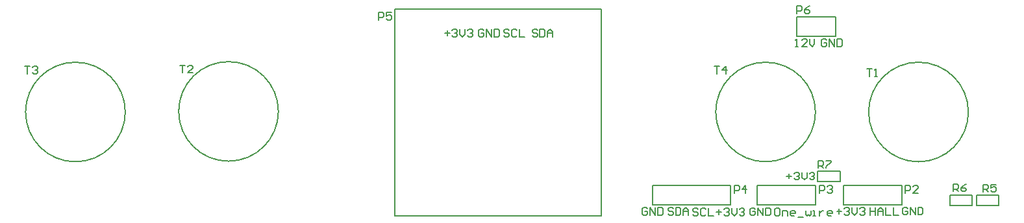
<source format=gto>
G04 Layer_Color=65535*
%FSAX25Y25*%
%MOIN*%
G70*
G01*
G75*
%ADD39C,0.00787*%
%ADD40C,0.00591*%
D39*
X0582991Y0327700D02*
G03*
X0582991Y0327700I-0025591J0000000D01*
G01*
X0228691D02*
G03*
X0228691Y0327700I-0025591J0000000D01*
G01*
X0307291Y0328000D02*
G03*
X0307291Y0328000I-0025591J0000000D01*
G01*
X0661490Y0327700D02*
G03*
X0661490Y0327700I-0025591J0000000D01*
G01*
X0584200Y0297315D02*
X0595617D01*
X0584200Y0292000D02*
Y0297315D01*
Y0292000D02*
X0595617D01*
Y0297315D01*
X0652083Y0279685D02*
Y0285000D01*
X0663500D01*
Y0279685D02*
Y0285000D01*
X0652083Y0279685D02*
X0663500D01*
X0665700Y0285015D02*
X0677117D01*
X0665700Y0279700D02*
Y0285015D01*
Y0279700D02*
X0677117D01*
Y0285015D01*
X0573400Y0366600D02*
Y0376600D01*
X0593400D01*
Y0366600D02*
Y0376600D01*
X0573400Y0366600D02*
X0593400D01*
X0367039Y0274358D02*
Y0380500D01*
Y0274358D02*
X0473181D01*
Y0380500D01*
X0367039D02*
X0473181D01*
X0539500Y0280000D02*
Y0290000D01*
X0499500Y0280000D02*
X0539500D01*
X0499500Y0290000D02*
X0539500D01*
X0499500Y0280000D02*
Y0290000D01*
X0553000D02*
X0583000D01*
X0553000Y0280000D02*
Y0290000D01*
Y0280000D02*
X0583000D01*
Y0290000D01*
X0597300Y0279900D02*
X0627300D01*
Y0289900D01*
X0597300D02*
X0627300D01*
X0597300Y0279900D02*
Y0289900D01*
D40*
X0584400Y0298800D02*
Y0302736D01*
X0586368D01*
X0587024Y0302080D01*
Y0300768D01*
X0586368Y0300112D01*
X0584400D01*
X0585712D02*
X0587024Y0298800D01*
X0588336Y0302736D02*
X0590960D01*
Y0302080D01*
X0588336Y0299456D01*
Y0298800D01*
X0531100Y0351136D02*
X0533724D01*
X0532412D01*
Y0347200D01*
X0537004D02*
Y0351136D01*
X0535036Y0349168D01*
X0537660D01*
X0177200Y0351236D02*
X0179824D01*
X0178512D01*
Y0347300D01*
X0181136Y0350580D02*
X0181792Y0351236D01*
X0183104D01*
X0183760Y0350580D01*
Y0349924D01*
X0183104Y0349268D01*
X0182448D01*
X0183104D01*
X0183760Y0348612D01*
Y0347956D01*
X0183104Y0347300D01*
X0181792D01*
X0181136Y0347956D01*
X0256800Y0351736D02*
X0259424D01*
X0258112D01*
Y0347800D01*
X0263360D02*
X0260736D01*
X0263360Y0350424D01*
Y0351080D01*
X0262704Y0351736D01*
X0261392D01*
X0260736Y0351080D01*
X0609400Y0349836D02*
X0612024D01*
X0610712D01*
Y0345900D01*
X0613336D02*
X0614648D01*
X0613992D01*
Y0349836D01*
X0613336Y0349180D01*
X0653800Y0286800D02*
Y0290736D01*
X0655768D01*
X0656424Y0290080D01*
Y0288768D01*
X0655768Y0288112D01*
X0653800D01*
X0655112D02*
X0656424Y0286800D01*
X0660360Y0290736D02*
X0659048Y0290080D01*
X0657736Y0288768D01*
Y0287456D01*
X0658392Y0286800D01*
X0659704D01*
X0660360Y0287456D01*
Y0288112D01*
X0659704Y0288768D01*
X0657736D01*
X0669000Y0286500D02*
Y0290436D01*
X0670968D01*
X0671624Y0289780D01*
Y0288468D01*
X0670968Y0287812D01*
X0669000D01*
X0670312D02*
X0671624Y0286500D01*
X0675560Y0290436D02*
X0672936D01*
Y0288468D01*
X0674248Y0289124D01*
X0674904D01*
X0675560Y0288468D01*
Y0287156D01*
X0674904Y0286500D01*
X0673592D01*
X0672936Y0287156D01*
X0573400Y0378400D02*
Y0382336D01*
X0575368D01*
X0576024Y0381680D01*
Y0380368D01*
X0575368Y0379712D01*
X0573400D01*
X0579960Y0382336D02*
X0578648Y0381680D01*
X0577336Y0380368D01*
Y0379056D01*
X0577992Y0378400D01*
X0579304D01*
X0579960Y0379056D01*
Y0379712D01*
X0579304Y0380368D01*
X0577336D01*
X0358800Y0375000D02*
Y0378936D01*
X0360768D01*
X0361424Y0378280D01*
Y0376968D01*
X0360768Y0376312D01*
X0358800D01*
X0365360Y0378936D02*
X0362736D01*
Y0376968D01*
X0364048Y0377624D01*
X0364704D01*
X0365360Y0376968D01*
Y0375656D01*
X0364704Y0375000D01*
X0363392D01*
X0362736Y0375656D01*
X0541300Y0286100D02*
Y0290036D01*
X0543268D01*
X0543924Y0289380D01*
Y0288068D01*
X0543268Y0287412D01*
X0541300D01*
X0547204Y0286100D02*
Y0290036D01*
X0545236Y0288068D01*
X0547860D01*
X0585100Y0286000D02*
Y0289936D01*
X0587068D01*
X0587724Y0289280D01*
Y0287968D01*
X0587068Y0287312D01*
X0585100D01*
X0589036Y0289280D02*
X0589692Y0289936D01*
X0591004D01*
X0591660Y0289280D01*
Y0288624D01*
X0591004Y0287968D01*
X0590348D01*
X0591004D01*
X0591660Y0287312D01*
Y0286656D01*
X0591004Y0286000D01*
X0589692D01*
X0589036Y0286656D01*
X0629100Y0285900D02*
Y0289836D01*
X0631068D01*
X0631724Y0289180D01*
Y0287868D01*
X0631068Y0287212D01*
X0629100D01*
X0635660Y0285900D02*
X0633036D01*
X0635660Y0288524D01*
Y0289180D01*
X0635004Y0289836D01*
X0633692D01*
X0633036Y0289180D01*
X0572700Y0361200D02*
X0574012D01*
X0573356D01*
Y0365136D01*
X0572700Y0364480D01*
X0578604Y0361200D02*
X0575980D01*
X0578604Y0363824D01*
Y0364480D01*
X0577948Y0365136D01*
X0576636D01*
X0575980Y0364480D01*
X0579916Y0365136D02*
Y0362512D01*
X0581227Y0361200D01*
X0582539Y0362512D01*
Y0365136D01*
X0564168Y0278236D02*
X0562856D01*
X0562200Y0277580D01*
Y0274956D01*
X0562856Y0274300D01*
X0564168D01*
X0564824Y0274956D01*
Y0277580D01*
X0564168Y0278236D01*
X0566136Y0274300D02*
Y0276924D01*
X0568104D01*
X0568760Y0276268D01*
Y0274300D01*
X0572039D02*
X0570727D01*
X0570072Y0274956D01*
Y0276268D01*
X0570727Y0276924D01*
X0572039D01*
X0572695Y0276268D01*
Y0275612D01*
X0570072D01*
X0574007Y0273644D02*
X0576631D01*
X0577943Y0276924D02*
Y0274956D01*
X0578599Y0274300D01*
X0579255Y0274956D01*
X0579911Y0274300D01*
X0580567Y0274956D01*
Y0276924D01*
X0581879Y0274300D02*
X0583191D01*
X0582535D01*
Y0276924D01*
X0581879D01*
X0585158D02*
Y0274300D01*
Y0275612D01*
X0585814Y0276268D01*
X0586470Y0276924D01*
X0587126D01*
X0591062Y0274300D02*
X0589750D01*
X0589094Y0274956D01*
Y0276268D01*
X0589750Y0276924D01*
X0591062D01*
X0591718Y0276268D01*
Y0275612D01*
X0589094D01*
X0568100Y0294768D02*
X0570724D01*
X0569412Y0296080D02*
Y0293456D01*
X0572036Y0296080D02*
X0572692Y0296736D01*
X0574004D01*
X0574660Y0296080D01*
Y0295424D01*
X0574004Y0294768D01*
X0573348D01*
X0574004D01*
X0574660Y0294112D01*
Y0293456D01*
X0574004Y0292800D01*
X0572692D01*
X0572036Y0293456D01*
X0575972Y0296736D02*
Y0294112D01*
X0577283Y0292800D01*
X0578595Y0294112D01*
Y0296736D01*
X0579907Y0296080D02*
X0580563Y0296736D01*
X0581875D01*
X0582531Y0296080D01*
Y0295424D01*
X0581875Y0294768D01*
X0581219D01*
X0581875D01*
X0582531Y0294112D01*
Y0293456D01*
X0581875Y0292800D01*
X0580563D01*
X0579907Y0293456D01*
X0552024Y0277780D02*
X0551368Y0278436D01*
X0550056D01*
X0549400Y0277780D01*
Y0275156D01*
X0550056Y0274500D01*
X0551368D01*
X0552024Y0275156D01*
Y0276468D01*
X0550712D01*
X0553336Y0274500D02*
Y0278436D01*
X0555960Y0274500D01*
Y0278436D01*
X0557271D02*
Y0274500D01*
X0559239D01*
X0559895Y0275156D01*
Y0277780D01*
X0559239Y0278436D01*
X0557271D01*
X0496724Y0277980D02*
X0496068Y0278636D01*
X0494756D01*
X0494100Y0277980D01*
Y0275356D01*
X0494756Y0274700D01*
X0496068D01*
X0496724Y0275356D01*
Y0276668D01*
X0495412D01*
X0498036Y0274700D02*
Y0278636D01*
X0500660Y0274700D01*
Y0278636D01*
X0501971D02*
Y0274700D01*
X0503939D01*
X0504595Y0275356D01*
Y0277980D01*
X0503939Y0278636D01*
X0501971D01*
X0588824Y0364480D02*
X0588168Y0365136D01*
X0586856D01*
X0586200Y0364480D01*
Y0361856D01*
X0586856Y0361200D01*
X0588168D01*
X0588824Y0361856D01*
Y0363168D01*
X0587512D01*
X0590136Y0361200D02*
Y0365136D01*
X0592760Y0361200D01*
Y0365136D01*
X0594071D02*
Y0361200D01*
X0596039D01*
X0596695Y0361856D01*
Y0364480D01*
X0596039Y0365136D01*
X0594071D01*
X0630324Y0278080D02*
X0629668Y0278736D01*
X0628356D01*
X0627700Y0278080D01*
Y0275456D01*
X0628356Y0274800D01*
X0629668D01*
X0630324Y0275456D01*
Y0276768D01*
X0629012D01*
X0631636Y0274800D02*
Y0278736D01*
X0634260Y0274800D01*
Y0278736D01*
X0635571D02*
Y0274800D01*
X0637539D01*
X0638195Y0275456D01*
Y0278080D01*
X0637539Y0278736D01*
X0635571D01*
X0412824Y0369580D02*
X0412168Y0370236D01*
X0410856D01*
X0410200Y0369580D01*
Y0366956D01*
X0410856Y0366300D01*
X0412168D01*
X0412824Y0366956D01*
Y0368268D01*
X0411512D01*
X0414136Y0366300D02*
Y0370236D01*
X0416760Y0366300D01*
Y0370236D01*
X0418072D02*
Y0366300D01*
X0420039D01*
X0420695Y0366956D01*
Y0369580D01*
X0420039Y0370236D01*
X0418072D01*
X0392600Y0368268D02*
X0395224D01*
X0393912Y0369580D02*
Y0366956D01*
X0396536Y0369580D02*
X0397192Y0370236D01*
X0398504D01*
X0399160Y0369580D01*
Y0368924D01*
X0398504Y0368268D01*
X0397848D01*
X0398504D01*
X0399160Y0367612D01*
Y0366956D01*
X0398504Y0366300D01*
X0397192D01*
X0396536Y0366956D01*
X0400471Y0370236D02*
Y0367612D01*
X0401783Y0366300D01*
X0403095Y0367612D01*
Y0370236D01*
X0404407Y0369580D02*
X0405063Y0370236D01*
X0406375D01*
X0407031Y0369580D01*
Y0368924D01*
X0406375Y0368268D01*
X0405719D01*
X0406375D01*
X0407031Y0367612D01*
Y0366956D01*
X0406375Y0366300D01*
X0405063D01*
X0404407Y0366956D01*
X0425824Y0369480D02*
X0425168Y0370136D01*
X0423856D01*
X0423200Y0369480D01*
Y0368824D01*
X0423856Y0368168D01*
X0425168D01*
X0425824Y0367512D01*
Y0366856D01*
X0425168Y0366200D01*
X0423856D01*
X0423200Y0366856D01*
X0429760Y0369480D02*
X0429104Y0370136D01*
X0427792D01*
X0427136Y0369480D01*
Y0366856D01*
X0427792Y0366200D01*
X0429104D01*
X0429760Y0366856D01*
X0431072Y0370136D02*
Y0366200D01*
X0433695D01*
X0440224Y0369480D02*
X0439568Y0370136D01*
X0438256D01*
X0437600Y0369480D01*
Y0368824D01*
X0438256Y0368168D01*
X0439568D01*
X0440224Y0367512D01*
Y0366856D01*
X0439568Y0366200D01*
X0438256D01*
X0437600Y0366856D01*
X0441536Y0370136D02*
Y0366200D01*
X0443504D01*
X0444160Y0366856D01*
Y0369480D01*
X0443504Y0370136D01*
X0441536D01*
X0445471Y0366200D02*
Y0368824D01*
X0446783Y0370136D01*
X0448095Y0368824D01*
Y0366200D01*
Y0368168D01*
X0445471D01*
X0509924Y0277880D02*
X0509268Y0278536D01*
X0507956D01*
X0507300Y0277880D01*
Y0277224D01*
X0507956Y0276568D01*
X0509268D01*
X0509924Y0275912D01*
Y0275256D01*
X0509268Y0274600D01*
X0507956D01*
X0507300Y0275256D01*
X0511236Y0278536D02*
Y0274600D01*
X0513204D01*
X0513860Y0275256D01*
Y0277880D01*
X0513204Y0278536D01*
X0511236D01*
X0515171Y0274600D02*
Y0277224D01*
X0516483Y0278536D01*
X0517795Y0277224D01*
Y0274600D01*
Y0276568D01*
X0515171D01*
X0522824Y0277680D02*
X0522168Y0278336D01*
X0520856D01*
X0520200Y0277680D01*
Y0277024D01*
X0520856Y0276368D01*
X0522168D01*
X0522824Y0275712D01*
Y0275056D01*
X0522168Y0274400D01*
X0520856D01*
X0520200Y0275056D01*
X0526760Y0277680D02*
X0526104Y0278336D01*
X0524792D01*
X0524136Y0277680D01*
Y0275056D01*
X0524792Y0274400D01*
X0526104D01*
X0526760Y0275056D01*
X0528071Y0278336D02*
Y0274400D01*
X0530695D01*
X0532100Y0276368D02*
X0534724D01*
X0533412Y0277680D02*
Y0275056D01*
X0536036Y0277680D02*
X0536692Y0278336D01*
X0538004D01*
X0538660Y0277680D01*
Y0277024D01*
X0538004Y0276368D01*
X0537348D01*
X0538004D01*
X0538660Y0275712D01*
Y0275056D01*
X0538004Y0274400D01*
X0536692D01*
X0536036Y0275056D01*
X0539971Y0278336D02*
Y0275712D01*
X0541283Y0274400D01*
X0542595Y0275712D01*
Y0278336D01*
X0543907Y0277680D02*
X0544563Y0278336D01*
X0545875D01*
X0546531Y0277680D01*
Y0277024D01*
X0545875Y0276368D01*
X0545219D01*
X0545875D01*
X0546531Y0275712D01*
Y0275056D01*
X0545875Y0274400D01*
X0544563D01*
X0543907Y0275056D01*
X0593900Y0276668D02*
X0596524D01*
X0595212Y0277980D02*
Y0275356D01*
X0597836Y0277980D02*
X0598492Y0278636D01*
X0599804D01*
X0600460Y0277980D01*
Y0277324D01*
X0599804Y0276668D01*
X0599148D01*
X0599804D01*
X0600460Y0276012D01*
Y0275356D01*
X0599804Y0274700D01*
X0598492D01*
X0597836Y0275356D01*
X0601771Y0278636D02*
Y0276012D01*
X0603083Y0274700D01*
X0604395Y0276012D01*
Y0278636D01*
X0605707Y0277980D02*
X0606363Y0278636D01*
X0607675D01*
X0608331Y0277980D01*
Y0277324D01*
X0607675Y0276668D01*
X0607019D01*
X0607675D01*
X0608331Y0276012D01*
Y0275356D01*
X0607675Y0274700D01*
X0606363D01*
X0605707Y0275356D01*
X0611200Y0278636D02*
Y0274700D01*
Y0276668D01*
X0613824D01*
Y0278636D01*
Y0274700D01*
X0615136D02*
Y0277324D01*
X0616448Y0278636D01*
X0617760Y0277324D01*
Y0274700D01*
Y0276668D01*
X0615136D01*
X0619071Y0278636D02*
Y0274700D01*
X0621695D01*
X0623007Y0278636D02*
Y0274700D01*
X0625631D01*
M02*

</source>
